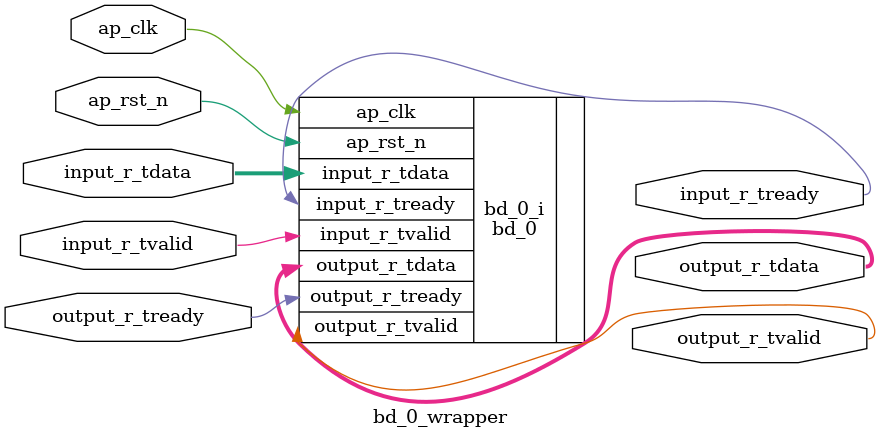
<source format=v>
`timescale 1 ps / 1 ps

module bd_0_wrapper
   (ap_clk,
    ap_rst_n,
    input_r_tdata,
    input_r_tready,
    input_r_tvalid,
    output_r_tdata,
    output_r_tready,
    output_r_tvalid);
  input ap_clk;
  input ap_rst_n;
  input [15:0]input_r_tdata;
  output input_r_tready;
  input input_r_tvalid;
  output [15:0]output_r_tdata;
  input output_r_tready;
  output output_r_tvalid;

  wire ap_clk;
  wire ap_rst_n;
  wire [15:0]input_r_tdata;
  wire input_r_tready;
  wire input_r_tvalid;
  wire [15:0]output_r_tdata;
  wire output_r_tready;
  wire output_r_tvalid;

  bd_0 bd_0_i
       (.ap_clk(ap_clk),
        .ap_rst_n(ap_rst_n),
        .input_r_tdata(input_r_tdata),
        .input_r_tready(input_r_tready),
        .input_r_tvalid(input_r_tvalid),
        .output_r_tdata(output_r_tdata),
        .output_r_tready(output_r_tready),
        .output_r_tvalid(output_r_tvalid));
endmodule

</source>
